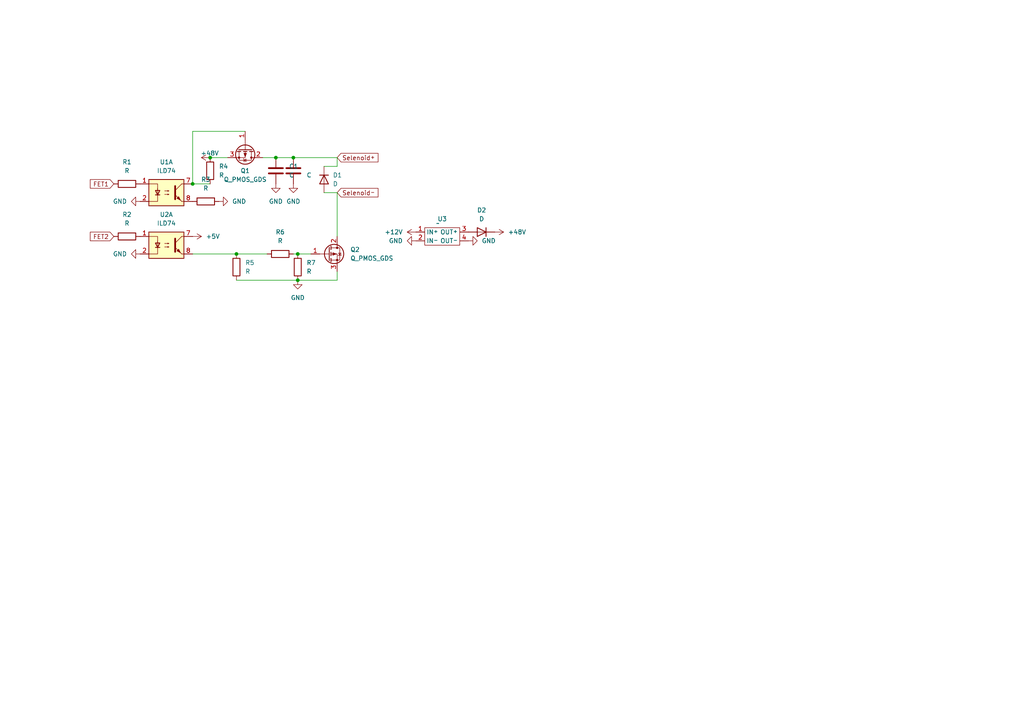
<source format=kicad_sch>
(kicad_sch (version 20230121) (generator eeschema)
  (paper "A4")
  (lib_symbols
    (symbol "Device:C" (pin_numbers hide) (pin_names (offset 0.254))
      (property "Reference" "C" (at 0.635 2.54 0))
      (property "Value" "C" (at 0.635 -2.54 0))
      (symbol "C_0_1"
        (polyline (pts (xy -2.032 -0.762) (xy 2.032 -0.762)) (stroke (width 0.508)))
        (polyline (pts (xy -2.032 0.762) (xy 2.032 0.762)) (stroke (width 0.508)))
      )
      (symbol "C_1_1"
        (pin passive line (at 0 3.81 270) (length 2.794) (name "~") (number "1"))
        (pin passive line (at 0 -3.81 90) (length 2.794) (name "~") (number "2"))
      )
    )
    (symbol "Device:D" (pin_numbers hide) (pin_names (offset 1.016) hide)
      (property "Reference" "D" (at 0 2.54 0))
      (property "Value" "D" (at 0 -2.54 0))
      (symbol "D_0_1"
        (polyline (pts (xy -1.27 1.27) (xy -1.27 -1.27)) (stroke (width 0.254)))
        (polyline (pts (xy 1.27 0) (xy -1.27 0)))
        (polyline (pts (xy 1.27 1.27) (xy 1.27 -1.27) (xy -1.27 0) (xy 1.27 1.27)) (stroke (width 0.254)))
      )
      (symbol "D_1_1"
        (pin passive line (at -3.81 0 0) (length 2.54) (name "K") (number "1"))
        (pin passive line (at 3.81 0 180) (length 2.54) (name "A") (number "2"))
      )
    )
    (symbol "Device:Q_PMOS_GDS" (pin_names (offset 0) hide)
      (property "Reference" "Q" (at 5.08 1.27 0))
      (property "Value" "Q_PMOS_GDS" (at 5.08 -1.27 0))
      (symbol "Q_PMOS_GDS_0_1"
        (polyline (pts (xy 0.254 0) (xy -2.54 0)))
        (polyline (pts (xy 0.254 1.905) (xy 0.254 -1.905)) (stroke (width 0.254)))
        (polyline (pts (xy 0.762 -1.27) (xy 0.762 -2.286)) (stroke (width 0.254)))
        (polyline (pts (xy 0.762 0.508) (xy 0.762 -0.508)) (stroke (width 0.254)))
        (polyline (pts (xy 0.762 2.286) (xy 0.762 1.27)) (stroke (width 0.254)))
        (polyline (pts (xy 2.54 2.54) (xy 2.54 1.778)))
        (polyline (pts (xy 2.54 -2.54) (xy 2.54 0) (xy 0.762 0)))
        (polyline (pts (xy 0.762 1.778) (xy 3.302 1.778) (xy 3.302 -1.778) (xy 0.762 -1.778)))
        (polyline (pts (xy 2.286 0) (xy 1.27 0.381) (xy 1.27 -0.381) (xy 2.286 0)) (fill (type outline)))
        (polyline (pts (xy 2.794 -0.508) (xy 2.921 -0.381) (xy 3.683 -0.381) (xy 3.81 -0.254)))
        (polyline (pts (xy 3.302 -0.381) (xy 2.921 0.254) (xy 3.683 0.254) (xy 3.302 -0.381)))
        (circle (center 1.651 0) (radius 2.794) (stroke (width 0.254)))
        (circle (center 2.54 -1.778) (radius 0.254) (fill (type outline)))
        (circle (center 2.54 1.778) (radius 0.254) (fill (type outline)))
      )
      (symbol "Q_PMOS_GDS_1_1"
        (pin input line (at -5.08 0 0) (length 2.54) (name "G") (number "1"))
        (pin passive line (at 2.54 5.08 270) (length 2.54) (name "D") (number "2"))
        (pin passive line (at 2.54 -5.08 90) (length 2.54) (name "S") (number "3"))
      )
    )
    (symbol "Device:R" (pin_numbers hide) (pin_names (offset 0))
      (property "Reference" "R" (at 2.032 0 90))
      (property "Value" "R" (at 0 0 90))
      (symbol "R_0_1"
        (rectangle (start -1.016 -2.54) (end 1.016 2.54) (stroke (width 0.254)))
      )
      (symbol "R_1_1"
        (pin passive line (at 0 3.81 270) (length 1.27) (name "~") (number "1"))
        (pin passive line (at 0 -3.81 90) (length 1.27) (name "~") (number "2"))
      )
    )
    (symbol "Isolator:ILD74" (pin_names (offset 1.016))
      (property "Reference" "U" (at -5.08 5.08 0))
      (property "Value" "ILD74" (at 0 5.08 0))
      (symbol "ILD74_0_1"
        (rectangle (start -5.08 3.81) (end 5.08 -3.81) (stroke (width 0.254)) (fill (type background)))
        (polyline (pts (xy -3.175 -0.635) (xy -1.905 -0.635)) (stroke (width 0.254)))
        (polyline (pts (xy 2.54 0.635) (xy 4.445 2.54)))
        (polyline (pts (xy 4.445 -2.54) (xy 2.54 -0.635)) (fill (type outline)))
        (polyline (pts (xy 4.445 -2.54) (xy 5.08 -2.54)))
        (polyline (pts (xy 4.445 2.54) (xy 5.08 2.54)))
        (polyline (pts (xy -5.08 2.54) (xy -2.54 2.54) (xy -2.54 0.635)))
        (polyline (pts (xy 2.54 1.905) (xy 2.54 -1.905) (xy 2.54 -1.905)) (stroke (width 0.508)))
        (polyline (pts (xy -2.54 -0.635) (xy -3.175 0.635) (xy -1.905 0.635) (xy -2.54 -0.635)) (stroke (width 0.254)))
        (polyline (pts (xy -2.54 -0.635) (xy -2.54 1.27) (xy -2.54 -2.54) (xy -5.08 -2.54)))
        (polyline (pts (xy -0.508 -0.508) (xy 0.762 -0.508) (xy 0.381 -0.635) (xy 0.381 -0.381) (xy 0.762 -0.508)))
        (polyline (pts (xy -0.508 0.508) (xy 0.762 0.508) (xy 0.381 0.381) (xy 0.381 0.635) (xy 0.762 0.508)))
        (polyline (pts (xy 3.048 -1.651) (xy 3.556 -1.143) (xy 4.064 -2.159) (xy 3.048 -1.651) (xy 3.048 -1.651)) (fill (type outline)))
      )
      (symbol "ILD74_1_1"
        (pin passive line (at -7.62 2.54 0) (length 2.54) (name "~") (number "1"))
        (pin passive line (at -7.62 -2.54 0) (length 2.54) (name "~") (number "2"))
        (pin passive line (at 7.62 2.54 180) (length 2.54) (name "~") (number "7"))
        (pin passive line (at 7.62 -2.54 180) (length 2.54) (name "~") (number "8"))
      )
      (symbol "ILD74_2_1"
        (pin passive line (at -7.62 -2.54 0) (length 2.54) (name "~") (number "3"))
        (pin passive line (at -7.62 2.54 0) (length 2.54) (name "~") (number "4"))
        (pin passive line (at 7.62 -2.54 180) (length 2.54) (name "~") (number "5"))
        (pin passive line (at 7.62 2.54 180) (length 2.54) (name "~") (number "6"))
      )
    )
    (symbol "XL6009:XL6009"
      (property "Reference" "U" (at 0 0 0))
      (symbol "XL6009_0_1"
        (rectangle (start -3.81 -1.27) (end 6.35 -6.35))
      )
      (symbol "XL6009_1_1"
        (pin input line (at -6.35 -2.54 0) (length 2.54) (name "IN＋") (number "1"))
        (pin input line (at -6.35 -5.08 0) (length 2.54) (name "IN－") (number "2"))
        (pin input line (at 8.89 -2.54 180) (length 2.54) (name "OUT＋") (number "3"))
        (pin input line (at 8.89 -5.08 180) (length 2.54) (name "OUT－") (number "4"))
      )
    )
    (symbol "power:+12V" (power) (pin_names (offset 0))
      (property "Value" "+12V" (at 0 3.556 0))
      (symbol "+12V_0_1"
        (polyline (pts (xy -0.762 1.27) (xy 0 2.54)))
        (polyline (pts (xy 0 0) (xy 0 2.54)))
        (polyline (pts (xy 0 2.54) (xy 0.762 1.27)))
      )
      (symbol "+12V_1_1"
        (pin power_in line (at 0 0 90) (length 0) hide (name "+12V") (number "1"))
      )
    )
    (symbol "power:+48V" (power) (pin_names (offset 0))
      (property "Value" "+48V" (at 0 3.556 0))
      (symbol "+48V_0_1"
        (polyline (pts (xy -0.762 1.27) (xy 0 2.54)))
        (polyline (pts (xy 0 0) (xy 0 2.54)))
        (polyline (pts (xy 0 2.54) (xy 0.762 1.27)))
      )
      (symbol "+48V_1_1"
        (pin power_in line (at 0 0 90) (length 0) hide (name "+48V") (number "1"))
      )
    )
    (symbol "power:+5V" (power) (pin_names (offset 0))
      (property "Value" "+5V" (at 0 3.556 0))
      (symbol "+5V_0_1"
        (polyline (pts (xy -0.762 1.27) (xy 0 2.54)))
        (polyline (pts (xy 0 0) (xy 0 2.54)))
        (polyline (pts (xy 0 2.54) (xy 0.762 1.27)))
      )
      (symbol "+5V_1_1"
        (pin power_in line (at 0 0 90) (length 0) hide (name "+5V") (number "1"))
      )
    )
    (symbol "power:GND" (power) (pin_names (offset 0))
      (property "Value" "GND" (at 0 -3.81 0))
      (symbol "GND_0_1"
        (polyline (pts (xy 0 0) (xy 0 -1.27) (xy 1.27 -1.27) (xy 0 -2.54) (xy -1.27 -1.27) (xy 0 -1.27)))
      )
      (symbol "GND_1_1"
        (pin power_in line (at 0 0 270) (length 0) hide (name "GND") (number "1"))
      )
    )
  )
  (junction (at 55.88 53.34))
  (junction (at 80.01 45.72))
  (junction (at 85.09 45.72))
  (junction (at 60.96 45.72))
  (junction (at 86.36 73.66))
  (junction (at 86.36 81.28))
  (junction (at 68.58 73.66))
  (wire (pts (xy 97.79 45.72) (xy 97.79 48.26)))
  (wire (pts (xy 77.47 73.66) (xy 68.58 73.66)))
  (wire (pts (xy 93.98 55.88) (xy 97.79 55.88)))
  (wire (pts (xy 93.98 48.26) (xy 97.79 48.26)))
  (wire (pts (xy 86.36 81.28) (xy 68.58 81.28)))
  (wire (pts (xy 85.09 45.72) (xy 97.79 45.72)))
  (wire (pts (xy 80.01 45.72) (xy 76.2 45.72)))
  (wire (pts (xy 68.58 73.66) (xy 55.88 73.66)))
  (wire (pts (xy 66.04 45.72) (xy 60.96 45.72)))
  (wire (pts (xy 97.79 55.88) (xy 97.79 68.58)))
  (wire (pts (xy 80.01 45.72) (xy 85.09 45.72)))
  (wire (pts (xy 60.96 53.34) (xy 55.88 53.34)))
  (wire (pts (xy 86.36 73.66) (xy 90.17 73.66)))
  (wire (pts (xy 97.79 81.28) (xy 86.36 81.28)))
  (wire (pts (xy 97.79 78.74) (xy 97.79 81.28)))
  (wire (pts (xy 71.12 38.1) (xy 55.88 38.1)))
  (wire (pts (xy 86.36 73.66) (xy 85.09 73.66)))
  (wire (pts (xy 55.88 38.1) (xy 55.88 53.34)))
  (global_label "FET1" (shape input) (at 33.02 53.34 180) (property "Intersheetrefs" "${INTERSHEET_REFS}" (effects hide)))
  (global_label "FET2" (shape input) (at 33.02 68.58 180) (property "Intersheetrefs" "${INTERSHEET_REFS}" (effects hide)))
  (global_label "Selenoid－" (shape input) (at 97.79 55.88 0) (property "Intersheetrefs" "${INTERSHEET_REFS}" (effects hide)))
  (global_label "Selenoid＋" (shape input) (at 97.79 45.72 0) (property "Intersheetrefs" "${INTERSHEET_REFS}" (effects hide)))
  (symbol (lib_id "Device:R") (at 86.36 77.47 180) (unit 1)
    (property "Reference" "R7" (at 88.9 76.2 0) (effects (justify right)))
    (property "Value" "R" (at 88.9 78.74 0) (effects (justify right)))
    (property "Footprint" "Resistor_THT:R_Axial_DIN0204_L3.6mm_D1.6mm_P5.08mm_Horizontal" (effects hide))
  )
  (symbol (lib_id "power:GND") (at 40.64 73.66 270) (unit 1)
    (property "Reference" "#PWR02" (effects hide))
    (property "Value" "GND" (at 36.83 73.66 90) (effects (justify right)))
  )
  (symbol (lib_id "Device:C") (at 85.09 49.53 0) (unit 1)
    (property "Reference" "C2" (effects hide))
    (property "Value" "C" (at 88.9 50.8 0) (effects (justify left)))
    (property "Footprint" "Capacitor_THT:C_Disc_D3.8mm_W2.6mm_P2.50mm" (effects hide))
  )
  (symbol (lib_id "power:+48V") (at 143.51 67.31 270) (unit 1)
    (property "Reference" "#PWR012" (effects hide))
    (property "Value" "+48V" (at 147.32 67.31 90) (effects (justify left)))
  )
  (symbol (lib_id "Device:R") (at 81.28 73.66 90) (unit 1)
    (property "Reference" "R6" (at 81.28 67.31 90))
    (property "Value" "R" (at 81.28 69.85 90))
    (property "Footprint" "Resistor_THT:R_Axial_DIN0204_L3.6mm_D1.6mm_P5.08mm_Horizontal" (effects hide))
  )
  (symbol (lib_id "power:GND") (at 40.64 58.42 270) (unit 1)
    (property "Reference" "#PWR01" (effects hide))
    (property "Value" "GND" (at 36.83 58.42 90) (effects (justify right)))
  )
  (symbol (lib_id "power:+48V") (at 60.96 45.72 90) (unit 1)
    (property "Reference" "#PWR04" (effects hide))
    (property "Value" "+48V" (at 63.5 44.45 90) (effects (justify left)))
  )
  (symbol (lib_id "Isolator:ILD74") (at 48.26 55.88 0) (unit 1)
    (property "Reference" "U1" (at 48.26 46.99 0))
    (property "Value" "ILD74" (at 48.26 49.53 0))
    (property "Footprint" "3355A（フォトリレー）:フォトカプラ" (effects hide))
    (property "Datasheet" "https://www.vishay.com/docs/83640/ild74.pdf" (effects hide))
  )
  (symbol (lib_id "Device:R") (at 60.96 49.53 180) (unit 1)
    (property "Reference" "R4" (at 63.5 48.26 0) (effects (justify right)))
    (property "Value" "R" (at 63.5 50.8 0) (effects (justify right)))
    (property "Footprint" "Resistor_THT:R_Axial_DIN0204_L3.6mm_D1.6mm_P5.08mm_Horizontal" (effects hide))
  )
  (symbol (lib_id "power:+5V") (at 55.88 68.58 270) (unit 1)
    (property "Reference" "#PWR03" (effects hide))
    (property "Value" "+5V" (at 59.69 68.58 90) (effects (justify left)))
  )
  (symbol (lib_id "Device:C") (at 80.01 49.53 0) (unit 1)
    (property "Reference" "C1" (at 83.82 48.26 0) (effects (justify left)))
    (property "Value" "C" (at 83.82 50.8 0) (effects (justify left)))
    (property "Footprint" "Capacitor_THT:C_Disc_D3.8mm_W2.6mm_P2.50mm" (effects hide))
  )
  (symbol (lib_id "Device:R") (at 36.83 53.34 90) (unit 1)
    (property "Reference" "R1" (at 36.83 46.99 90))
    (property "Value" "R" (at 36.83 49.53 90))
    (property "Footprint" "Resistor_THT:R_Axial_DIN0204_L3.6mm_D1.6mm_P5.08mm_Horizontal" (effects hide))
  )
  (symbol (lib_id "power:GND") (at 120.65 69.85 270) (unit 1)
    (property "Reference" "#PWR010" (effects hide))
    (property "Value" "GND" (at 116.84 69.85 90) (effects (justify right)))
  )
  (symbol (lib_id "power:GND") (at 80.01 53.34 0) (unit 1)
    (property "Reference" "#PWR06" (effects hide))
    (property "Value" "GND" (at 80.01 58.42 0))
  )
  (symbol (lib_id "Isolator:ILD74") (at 48.26 71.12 0) (unit 1)
    (property "Reference" "U2" (at 48.26 62.23 0))
    (property "Value" "ILD74" (at 48.26 64.77 0))
    (property "Footprint" "3355A（フォトリレー）:フォトカプラ" (effects hide))
    (property "Datasheet" "https://www.vishay.com/docs/83640/ild74.pdf" (effects hide))
  )
  (symbol (lib_id "Device:R") (at 68.58 77.47 180) (unit 1)
    (property "Reference" "R5" (at 71.12 76.2 0) (effects (justify right)))
    (property "Value" "R" (at 71.12 78.74 0) (effects (justify right)))
    (property "Footprint" "Resistor_THT:R_Axial_DIN0204_L3.6mm_D1.6mm_P5.08mm_Horizontal" (effects hide))
  )
  (symbol (lib_id "power:GND") (at 86.36 81.28 0) (unit 1)
    (property "Reference" "#PWR08" (effects hide))
    (property "Value" "GND" (at 86.36 86.36 0))
  )
  (symbol (lib_id "Device:R") (at 59.69 58.42 90) (unit 1)
    (property "Reference" "R3" (at 59.69 52.07 90))
    (property "Value" "R" (at 59.69 54.61 90))
    (property "Footprint" "Resistor_THT:R_Axial_DIN0204_L3.6mm_D1.6mm_P5.08mm_Horizontal" (effects hide))
  )
  (symbol (lib_id "Device:D") (at 93.98 52.07 270) (unit 1)
    (property "Reference" "D1" (at 96.52 50.8 90) (effects (justify left)))
    (property "Value" "D" (at 96.52 53.34 90) (effects (justify left)))
    (property "Footprint" "Diode_THT:D_DO-15_P10.16mm_Horizontal" (effects hide))
    (property "Sim.Device" "D" (effects hide))
    (property "Sim.Pins" "1=K 2=A" (effects hide))
  )
  (symbol (lib_id "power:GND") (at 135.89 69.85 90) (unit 1)
    (property "Reference" "#PWR011" (effects hide))
    (property "Value" "GND" (at 139.7 69.85 90) (effects (justify right)))
  )
  (symbol (lib_id "Device:Q_PMOS_GDS") (at 71.12 43.18 270) (unit 1)
    (property "Reference" "Q1" (at 71.12 49.53 90))
    (property "Value" "Q_PMOS_GDS" (at 71.12 52.07 90))
    (property "Footprint" "K15A20D:K15A20D" (effects hide))
  )
  (symbol (lib_id "XL6009:XL6009") (at 127 64.77 0) (unit 1)
    (property "Reference" "U3" (at 128.27 63.5 0))
    (property "Value" "~" (at 127 64.77 0))
    (property "Footprint" "XL6009:XL6009" (effects hide))
  )
  (symbol (lib_id "Device:D") (at 139.7 67.31 180) (unit 1)
    (property "Reference" "D2" (at 139.7 60.96 0))
    (property "Value" "D" (at 139.7 63.5 0))
    (property "Footprint" "Diode_THT:D_DO-15_P10.16mm_Horizontal" (effects hide))
    (property "Sim.Device" "D" (effects hide))
    (property "Sim.Pins" "1=K 2=A" (effects hide))
  )
  (symbol (lib_id "Device:Q_PMOS_GDS") (at 95.25 73.66 0) (unit 1)
    (property "Reference" "Q2" (at 101.6 72.39 0) (effects (justify left)))
    (property "Value" "Q_PMOS_GDS" (at 101.6 74.93 0) (effects (justify left)))
    (property "Footprint" "K15A20D:K15A20D" (effects hide))
  )
  (symbol (lib_id "power:GND") (at 85.09 53.34 0) (unit 1)
    (property "Reference" "#PWR07" (effects hide))
    (property "Value" "GND" (at 85.09 58.42 0))
  )
  (symbol (lib_id "power:+12V") (at 120.65 67.31 90) (unit 1)
    (property "Reference" "#PWR09" (effects hide))
    (property "Value" "+12V" (at 116.84 67.31 90) (effects (justify left)))
  )
  (symbol (lib_id "Device:R") (at 36.83 68.58 90) (unit 1)
    (property "Reference" "R2" (at 36.83 62.23 90))
    (property "Value" "R" (at 36.83 64.77 90))
    (property "Footprint" "Resistor_THT:R_Axial_DIN0204_L3.6mm_D1.6mm_P5.08mm_Horizontal" (effects hide))
  )
  (symbol (lib_id "power:GND") (at 63.5 58.42 90) (unit 1)
    (property "Reference" "#PWR05" (effects hide))
    (property "Value" "GND" (at 67.31 58.42 90) (effects (justify right)))
  )
)
</source>
